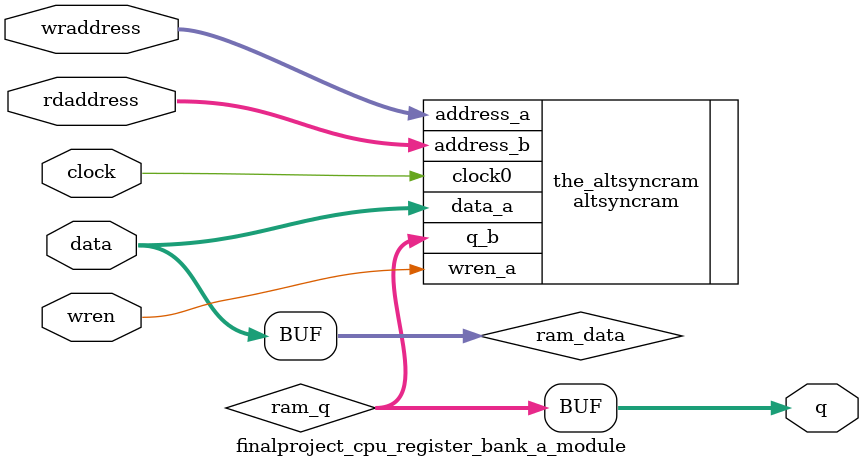
<source format=v>
module finalproject_cpu_register_bank_a_module (
                                                 // inputs:
                                                  clock,
                                                  data,
                                                  rdaddress,
                                                  wraddress,
                                                  wren,
                                                 // outputs:
                                                  q
                                               )
;
  parameter lpm_file = "UNUSED";
  output  [ 31: 0] q;
  input            clock;
  input   [ 31: 0] data;
  input   [  4: 0] rdaddress;
  input   [  4: 0] wraddress;
  input            wren;
  wire    [ 31: 0] q;
  wire    [ 31: 0] ram_data;
  wire    [ 31: 0] ram_q;
  assign q = ram_q;
  assign ram_data = data;
  altsyncram the_altsyncram
    (
      .address_a (wraddress),
      .address_b (rdaddress),
      .clock0 (clock),
      .data_a (ram_data),
      .q_b (ram_q),
      .wren_a (wren)
    );
  defparam the_altsyncram.address_reg_b = "CLOCK0",
           the_altsyncram.init_file = lpm_file,
           the_altsyncram.maximum_depth = 0,
           the_altsyncram.numwords_a = 32,
           the_altsyncram.numwords_b = 32,
           the_altsyncram.operation_mode = "DUAL_PORT",
           the_altsyncram.outdata_reg_b = "UNREGISTERED",
           the_altsyncram.ram_block_type = "AUTO",
           the_altsyncram.rdcontrol_reg_b = "CLOCK0",
           the_altsyncram.read_during_write_mode_mixed_ports = "DONT_CARE",
           the_altsyncram.width_a = 32,
           the_altsyncram.width_b = 32,
           the_altsyncram.widthad_a = 5,
           the_altsyncram.widthad_b = 5;
endmodule
</source>
